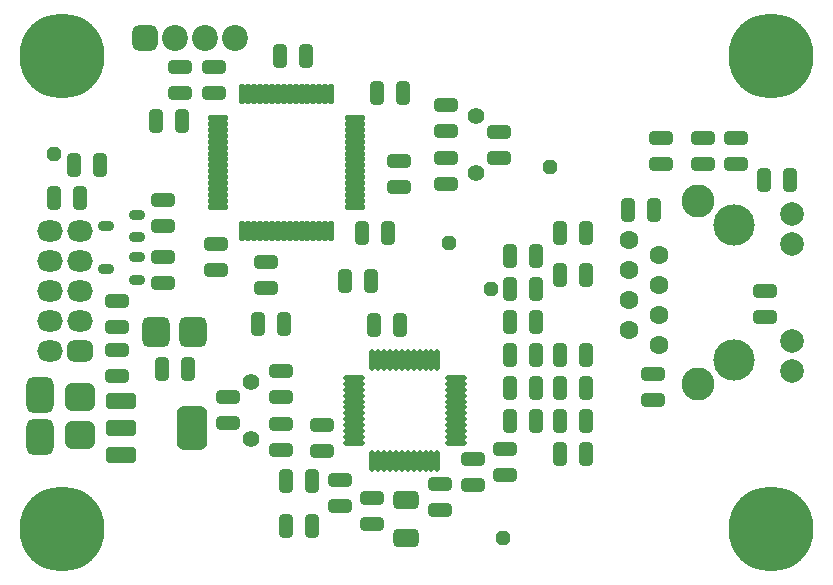
<source format=gbs>
G04*
G04 #@! TF.GenerationSoftware,Altium Limited,Altium Designer,22.11.1 (43)*
G04*
G04 Layer_Color=16711935*
%FSLAX44Y44*%
%MOMM*%
G71*
G04*
G04 #@! TF.SameCoordinates,3FACDECF-5763-4C98-9343-DC59A05C545A*
G04*
G04*
G04 #@! TF.FilePolarity,Negative*
G04*
G01*
G75*
G04:AMPARAMS|DCode=15|XSize=2mm|YSize=1.2mm|CornerRadius=0.35mm|HoleSize=0mm|Usage=FLASHONLY|Rotation=90.000|XOffset=0mm|YOffset=0mm|HoleType=Round|Shape=RoundedRectangle|*
%AMROUNDEDRECTD15*
21,1,2.0000,0.5000,0,0,90.0*
21,1,1.3000,1.2000,0,0,90.0*
1,1,0.7000,0.2500,0.6500*
1,1,0.7000,0.2500,-0.6500*
1,1,0.7000,-0.2500,-0.6500*
1,1,0.7000,-0.2500,0.6500*
%
%ADD15ROUNDEDRECTD15*%
G04:AMPARAMS|DCode=16|XSize=1.2mm|YSize=1.2mm|CornerRadius=0mm|HoleSize=0mm|Usage=FLASHONLY|Rotation=90.000|XOffset=0mm|YOffset=0mm|HoleType=Round|Shape=Octagon|*
%AMOCTAGOND16*
4,1,8,0.3000,0.6000,-0.3000,0.6000,-0.6000,0.3000,-0.6000,-0.3000,-0.3000,-0.6000,0.3000,-0.6000,0.6000,-0.3000,0.6000,0.3000,0.3000,0.6000,0.0*
%
%ADD16OCTAGOND16*%

G04:AMPARAMS|DCode=17|XSize=1.2mm|YSize=1.2mm|CornerRadius=0mm|HoleSize=0mm|Usage=FLASHONLY|Rotation=0.000|XOffset=0mm|YOffset=0mm|HoleType=Round|Shape=Octagon|*
%AMOCTAGOND17*
4,1,8,0.6000,-0.3000,0.6000,0.3000,0.3000,0.6000,-0.3000,0.6000,-0.6000,0.3000,-0.6000,-0.3000,-0.3000,-0.6000,0.3000,-0.6000,0.6000,-0.3000,0.0*
%
%ADD17OCTAGOND17*%

%ADD18O,2.2000X1.8000*%
G04:AMPARAMS|DCode=19|XSize=1.8mm|YSize=2.2mm|CornerRadius=0.5mm|HoleSize=0mm|Usage=FLASHONLY|Rotation=90.000|XOffset=0mm|YOffset=0mm|HoleType=Round|Shape=RoundedRectangle|*
%AMROUNDEDRECTD19*
21,1,1.8000,1.2000,0,0,90.0*
21,1,0.8000,2.2000,0,0,90.0*
1,1,1.0000,0.6000,0.4000*
1,1,1.0000,0.6000,-0.4000*
1,1,1.0000,-0.6000,-0.4000*
1,1,1.0000,-0.6000,0.4000*
%
%ADD19ROUNDEDRECTD19*%
%ADD20C,1.4000*%
%ADD21C,2.8000*%
%ADD22C,3.5000*%
%ADD23C,1.6000*%
%ADD24C,2.0000*%
%ADD25C,2.2000*%
G04:AMPARAMS|DCode=26|XSize=2.2mm|YSize=2.2mm|CornerRadius=0.6mm|HoleSize=0mm|Usage=FLASHONLY|Rotation=0.000|XOffset=0mm|YOffset=0mm|HoleType=Round|Shape=RoundedRectangle|*
%AMROUNDEDRECTD26*
21,1,2.2000,1.0000,0,0,0.0*
21,1,1.0000,2.2000,0,0,0.0*
1,1,1.2000,0.5000,-0.5000*
1,1,1.2000,-0.5000,-0.5000*
1,1,1.2000,-0.5000,0.5000*
1,1,1.2000,0.5000,0.5000*
%
%ADD26ROUNDEDRECTD26*%
%ADD27C,7.2000*%
G04:AMPARAMS|DCode=56|XSize=2.4mm|YSize=2.6mm|CornerRadius=0.65mm|HoleSize=0mm|Usage=FLASHONLY|Rotation=0.000|XOffset=0mm|YOffset=0mm|HoleType=Round|Shape=RoundedRectangle|*
%AMROUNDEDRECTD56*
21,1,2.4000,1.3000,0,0,0.0*
21,1,1.1000,2.6000,0,0,0.0*
1,1,1.3000,0.5500,-0.6500*
1,1,1.3000,-0.5500,-0.6500*
1,1,1.3000,-0.5500,0.6500*
1,1,1.3000,0.5500,0.6500*
%
%ADD56ROUNDEDRECTD56*%
G04:AMPARAMS|DCode=57|XSize=2.4mm|YSize=2.6mm|CornerRadius=0.65mm|HoleSize=0mm|Usage=FLASHONLY|Rotation=90.000|XOffset=0mm|YOffset=0mm|HoleType=Round|Shape=RoundedRectangle|*
%AMROUNDEDRECTD57*
21,1,2.4000,1.3000,0,0,90.0*
21,1,1.1000,2.6000,0,0,90.0*
1,1,1.3000,0.6500,0.5500*
1,1,1.3000,0.6500,-0.5500*
1,1,1.3000,-0.6500,-0.5500*
1,1,1.3000,-0.6500,0.5500*
%
%ADD57ROUNDEDRECTD57*%
G04:AMPARAMS|DCode=58|XSize=2.2mm|YSize=1.6mm|CornerRadius=0.45mm|HoleSize=0mm|Usage=FLASHONLY|Rotation=180.000|XOffset=0mm|YOffset=0mm|HoleType=Round|Shape=RoundedRectangle|*
%AMROUNDEDRECTD58*
21,1,2.2000,0.7000,0,0,180.0*
21,1,1.3000,1.6000,0,0,180.0*
1,1,0.9000,-0.6500,0.3500*
1,1,0.9000,0.6500,0.3500*
1,1,0.9000,0.6500,-0.3500*
1,1,0.9000,-0.6500,-0.3500*
%
%ADD58ROUNDEDRECTD58*%
G04:AMPARAMS|DCode=59|XSize=2mm|YSize=1.2mm|CornerRadius=0.35mm|HoleSize=0mm|Usage=FLASHONLY|Rotation=0.000|XOffset=0mm|YOffset=0mm|HoleType=Round|Shape=RoundedRectangle|*
%AMROUNDEDRECTD59*
21,1,2.0000,0.5000,0,0,0.0*
21,1,1.3000,1.2000,0,0,0.0*
1,1,0.7000,0.6500,-0.2500*
1,1,0.7000,-0.6500,-0.2500*
1,1,0.7000,-0.6500,0.2500*
1,1,0.7000,0.6500,0.2500*
%
%ADD59ROUNDEDRECTD59*%
G04:AMPARAMS|DCode=60|XSize=0.5mm|YSize=1.8mm|CornerRadius=0.175mm|HoleSize=0mm|Usage=FLASHONLY|Rotation=180.000|XOffset=0mm|YOffset=0mm|HoleType=Round|Shape=RoundedRectangle|*
%AMROUNDEDRECTD60*
21,1,0.5000,1.4500,0,0,180.0*
21,1,0.1500,1.8000,0,0,180.0*
1,1,0.3500,-0.0750,0.7250*
1,1,0.3500,0.0750,0.7250*
1,1,0.3500,0.0750,-0.7250*
1,1,0.3500,-0.0750,-0.7250*
%
%ADD60ROUNDEDRECTD60*%
G04:AMPARAMS|DCode=61|XSize=0.5mm|YSize=1.8mm|CornerRadius=0.175mm|HoleSize=0mm|Usage=FLASHONLY|Rotation=90.000|XOffset=0mm|YOffset=0mm|HoleType=Round|Shape=RoundedRectangle|*
%AMROUNDEDRECTD61*
21,1,0.5000,1.4500,0,0,90.0*
21,1,0.1500,1.8000,0,0,90.0*
1,1,0.3500,0.7250,0.0750*
1,1,0.3500,0.7250,-0.0750*
1,1,0.3500,-0.7250,-0.0750*
1,1,0.3500,-0.7250,0.0750*
%
%ADD61ROUNDEDRECTD61*%
%ADD62O,1.8000X0.5000*%
%ADD63O,0.5000X1.8000*%
G04:AMPARAMS|DCode=64|XSize=0.8mm|YSize=1.3mm|CornerRadius=0.25mm|HoleSize=0mm|Usage=FLASHONLY|Rotation=90.000|XOffset=0mm|YOffset=0mm|HoleType=Round|Shape=RoundedRectangle|*
%AMROUNDEDRECTD64*
21,1,0.8000,0.8000,0,0,90.0*
21,1,0.3000,1.3000,0,0,90.0*
1,1,0.5000,0.4000,0.1500*
1,1,0.5000,0.4000,-0.1500*
1,1,0.5000,-0.4000,-0.1500*
1,1,0.5000,-0.4000,0.1500*
%
%ADD64ROUNDEDRECTD64*%
G04:AMPARAMS|DCode=65|XSize=1.4mm|YSize=2.6mm|CornerRadius=0.4mm|HoleSize=0mm|Usage=FLASHONLY|Rotation=270.000|XOffset=0mm|YOffset=0mm|HoleType=Round|Shape=RoundedRectangle|*
%AMROUNDEDRECTD65*
21,1,1.4000,1.8000,0,0,270.0*
21,1,0.6000,2.6000,0,0,270.0*
1,1,0.8000,-0.9000,-0.3000*
1,1,0.8000,-0.9000,0.3000*
1,1,0.8000,0.9000,0.3000*
1,1,0.8000,0.9000,-0.3000*
%
%ADD65ROUNDEDRECTD65*%
G04:AMPARAMS|DCode=66|XSize=3.8mm|YSize=2.6mm|CornerRadius=0.7mm|HoleSize=0mm|Usage=FLASHONLY|Rotation=270.000|XOffset=0mm|YOffset=0mm|HoleType=Round|Shape=RoundedRectangle|*
%AMROUNDEDRECTD66*
21,1,3.8000,1.2000,0,0,270.0*
21,1,2.4000,2.6000,0,0,270.0*
1,1,1.4000,-0.6000,-1.2000*
1,1,1.4000,-0.6000,1.2000*
1,1,1.4000,0.6000,1.2000*
1,1,1.4000,0.6000,-1.2000*
%
%ADD66ROUNDEDRECTD66*%
G04:AMPARAMS|DCode=67|XSize=2.3mm|YSize=3.1mm|CornerRadius=0.625mm|HoleSize=0mm|Usage=FLASHONLY|Rotation=180.000|XOffset=0mm|YOffset=0mm|HoleType=Round|Shape=RoundedRectangle|*
%AMROUNDEDRECTD67*
21,1,2.3000,1.8500,0,0,180.0*
21,1,1.0500,3.1000,0,0,180.0*
1,1,1.2500,-0.5250,0.9250*
1,1,1.2500,0.5250,0.9250*
1,1,1.2500,0.5250,-0.9250*
1,1,1.2500,-0.5250,-0.9250*
%
%ADD67ROUNDEDRECTD67*%
D15*
X551000Y320000D02*
D03*
X529000D02*
D03*
X471500Y265000D02*
D03*
X493500D02*
D03*
X471500Y300000D02*
D03*
X493500D02*
D03*
X429000Y281000D02*
D03*
X451000D02*
D03*
Y253000D02*
D03*
X429000D02*
D03*
X451000Y225000D02*
D03*
X429000D02*
D03*
Y197000D02*
D03*
X451000D02*
D03*
X451000Y169000D02*
D03*
X429000D02*
D03*
X493000Y197000D02*
D03*
X471000D02*
D03*
X493000Y169000D02*
D03*
X471000D02*
D03*
X493000Y141000D02*
D03*
X471000D02*
D03*
X644000Y345000D02*
D03*
X666000D02*
D03*
X216000Y223000D02*
D03*
X238000D02*
D03*
X336000Y222000D02*
D03*
X314000D02*
D03*
X311000Y260000D02*
D03*
X289000D02*
D03*
X304000Y300000D02*
D03*
X326000D02*
D03*
X338000Y419000D02*
D03*
X316000D02*
D03*
X256000Y450000D02*
D03*
X234000D02*
D03*
X129000Y395000D02*
D03*
X151000D02*
D03*
X60000Y358000D02*
D03*
X82000D02*
D03*
X134000Y185000D02*
D03*
X156000D02*
D03*
X239000Y90000D02*
D03*
X261000D02*
D03*
X239000Y52500D02*
D03*
X261000D02*
D03*
X471000Y113000D02*
D03*
X493000D02*
D03*
X429000Y141000D02*
D03*
X451000D02*
D03*
X65000Y330000D02*
D03*
X43000D02*
D03*
D16*
X377000Y292000D02*
D03*
X423000Y42000D02*
D03*
X412681Y252564D02*
D03*
X463000Y356000D02*
D03*
D17*
X43000Y367000D02*
D03*
D18*
X39600Y301600D02*
D03*
X65000D02*
D03*
X39600Y276200D02*
D03*
X65000D02*
D03*
X39600Y250800D02*
D03*
X65000D02*
D03*
X39600Y225400D02*
D03*
X65000D02*
D03*
X39600Y200000D02*
D03*
D19*
X65000D02*
D03*
D20*
X400000Y350600D02*
D03*
Y399400D02*
D03*
X210000Y125600D02*
D03*
Y174400D02*
D03*
D21*
X588000Y172550D02*
D03*
Y327450D02*
D03*
D22*
X618500Y192850D02*
D03*
Y307150D02*
D03*
D23*
X555000Y205550D02*
D03*
X529600Y218250D02*
D03*
X555000Y230950D02*
D03*
X529600Y243650D02*
D03*
X555000Y256350D02*
D03*
X529600Y269050D02*
D03*
X555000Y281750D02*
D03*
X529600Y294450D02*
D03*
D24*
X667500Y183700D02*
D03*
Y209100D02*
D03*
Y316300D02*
D03*
Y290900D02*
D03*
D25*
X170800Y465000D02*
D03*
X196200D02*
D03*
X145400D02*
D03*
D26*
X120000D02*
D03*
D27*
X650000Y50000D02*
D03*
Y450000D02*
D03*
X50000Y50000D02*
D03*
Y450000D02*
D03*
D56*
X161000Y216000D02*
D03*
X129000D02*
D03*
D57*
X65000Y161000D02*
D03*
Y129000D02*
D03*
D58*
X341000Y74000D02*
D03*
Y42000D02*
D03*
D59*
X420000Y364000D02*
D03*
Y386000D02*
D03*
X550000Y159000D02*
D03*
Y181000D02*
D03*
X620000Y381000D02*
D03*
Y359000D02*
D03*
X592000Y381000D02*
D03*
Y359000D02*
D03*
X557000D02*
D03*
Y381000D02*
D03*
X180000Y269000D02*
D03*
Y291000D02*
D03*
X222500Y276000D02*
D03*
Y254000D02*
D03*
X335000Y361000D02*
D03*
Y339000D02*
D03*
X375000Y363500D02*
D03*
Y341500D02*
D03*
Y386500D02*
D03*
Y408500D02*
D03*
X178000Y419000D02*
D03*
Y441000D02*
D03*
X150000Y419000D02*
D03*
Y441000D02*
D03*
X135000Y328000D02*
D03*
Y306000D02*
D03*
Y280000D02*
D03*
Y258000D02*
D03*
X270000Y116000D02*
D03*
Y138000D02*
D03*
X312500Y54000D02*
D03*
Y76000D02*
D03*
X370000Y66000D02*
D03*
Y88000D02*
D03*
X425000Y117000D02*
D03*
Y95000D02*
D03*
X397500Y86500D02*
D03*
Y108500D02*
D03*
X285000Y69000D02*
D03*
Y91000D02*
D03*
X235000Y138500D02*
D03*
Y116500D02*
D03*
X190000Y139000D02*
D03*
Y161000D02*
D03*
X235000Y161500D02*
D03*
Y183500D02*
D03*
X645000Y251000D02*
D03*
Y229000D02*
D03*
X96000Y221000D02*
D03*
Y243000D02*
D03*
Y201000D02*
D03*
Y179000D02*
D03*
D60*
X367500Y193000D02*
D03*
X362500D02*
D03*
X357500D02*
D03*
X352500D02*
D03*
X347500D02*
D03*
X342500D02*
D03*
X337500D02*
D03*
X332500D02*
D03*
X327500D02*
D03*
X322500D02*
D03*
X317500D02*
D03*
X312500D02*
D03*
Y107000D02*
D03*
X317500D02*
D03*
X322500D02*
D03*
X327500D02*
D03*
X332500D02*
D03*
X337500D02*
D03*
X342500D02*
D03*
X347500D02*
D03*
X352500D02*
D03*
X357500D02*
D03*
X362500D02*
D03*
X367500D02*
D03*
D61*
X383000Y122500D02*
D03*
Y127500D02*
D03*
Y132500D02*
D03*
Y137500D02*
D03*
Y142500D02*
D03*
Y147500D02*
D03*
Y152500D02*
D03*
Y157500D02*
D03*
Y162500D02*
D03*
Y167500D02*
D03*
Y172500D02*
D03*
Y177500D02*
D03*
X297000D02*
D03*
Y172500D02*
D03*
Y167500D02*
D03*
Y162500D02*
D03*
Y157500D02*
D03*
Y152500D02*
D03*
Y147500D02*
D03*
Y142500D02*
D03*
Y137500D02*
D03*
Y132500D02*
D03*
Y127500D02*
D03*
Y122500D02*
D03*
D62*
X298000Y332500D02*
D03*
Y337500D02*
D03*
Y322500D02*
D03*
Y327500D02*
D03*
Y352500D02*
D03*
Y342500D02*
D03*
Y347500D02*
D03*
Y357500D02*
D03*
Y372500D02*
D03*
Y362500D02*
D03*
Y367500D02*
D03*
Y377500D02*
D03*
Y392500D02*
D03*
Y397500D02*
D03*
Y382500D02*
D03*
Y387500D02*
D03*
X182000Y322500D02*
D03*
Y327500D02*
D03*
Y332500D02*
D03*
Y337500D02*
D03*
Y342500D02*
D03*
Y347500D02*
D03*
Y357500D02*
D03*
Y352500D02*
D03*
Y372500D02*
D03*
Y362500D02*
D03*
Y367500D02*
D03*
Y387500D02*
D03*
Y392500D02*
D03*
Y377500D02*
D03*
Y382500D02*
D03*
Y397500D02*
D03*
D63*
X272500Y302000D02*
D03*
X277500D02*
D03*
X267500D02*
D03*
X252500D02*
D03*
X257500D02*
D03*
X242500D02*
D03*
X247500D02*
D03*
X262500D02*
D03*
X277500Y418000D02*
D03*
X267500D02*
D03*
X272500D02*
D03*
X252500D02*
D03*
X257500D02*
D03*
X242500D02*
D03*
X247500D02*
D03*
X262500D02*
D03*
X237500Y302000D02*
D03*
X232500D02*
D03*
X217500D02*
D03*
X222500D02*
D03*
X207500D02*
D03*
X212500D02*
D03*
X227500D02*
D03*
X202500D02*
D03*
X237500Y418000D02*
D03*
X227500D02*
D03*
X232500D02*
D03*
X217500D02*
D03*
X222500D02*
D03*
X207500D02*
D03*
X212500D02*
D03*
X202500D02*
D03*
D64*
X113000Y296500D02*
D03*
Y315500D02*
D03*
X87000Y306000D02*
D03*
X113000Y260500D02*
D03*
Y279500D02*
D03*
X87000Y270000D02*
D03*
D65*
X100000Y158000D02*
D03*
Y135000D02*
D03*
Y112000D02*
D03*
D66*
X160000Y135000D02*
D03*
D67*
X31000Y162780D02*
D03*
Y127220D02*
D03*
M02*

</source>
